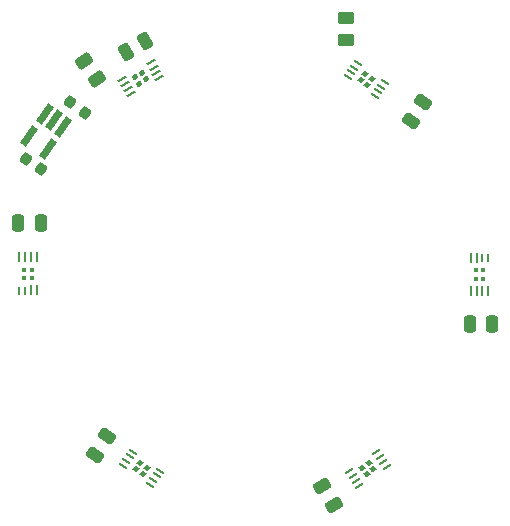
<source format=gbr>
%TF.GenerationSoftware,KiCad,Pcbnew,8.0.5-8.0.5-0~ubuntu24.04.1*%
%TF.CreationDate,2024-10-09T17:35:44-04:00*%
%TF.ProjectId,Thermistor Ring,54686572-6d69-4737-946f-722052696e67,rev?*%
%TF.SameCoordinates,Original*%
%TF.FileFunction,Paste,Top*%
%TF.FilePolarity,Positive*%
%FSLAX46Y46*%
G04 Gerber Fmt 4.6, Leading zero omitted, Abs format (unit mm)*
G04 Created by KiCad (PCBNEW 8.0.5-8.0.5-0~ubuntu24.04.1) date 2024-10-09 17:35:44*
%MOMM*%
%LPD*%
G01*
G04 APERTURE LIST*
G04 Aperture macros list*
%AMRoundRect*
0 Rectangle with rounded corners*
0 $1 Rounding radius*
0 $2 $3 $4 $5 $6 $7 $8 $9 X,Y pos of 4 corners*
0 Add a 4 corners polygon primitive as box body*
4,1,4,$2,$3,$4,$5,$6,$7,$8,$9,$2,$3,0*
0 Add four circle primitives for the rounded corners*
1,1,$1+$1,$2,$3*
1,1,$1+$1,$4,$5*
1,1,$1+$1,$6,$7*
1,1,$1+$1,$8,$9*
0 Add four rect primitives between the rounded corners*
20,1,$1+$1,$2,$3,$4,$5,0*
20,1,$1+$1,$4,$5,$6,$7,0*
20,1,$1+$1,$6,$7,$8,$9,0*
20,1,$1+$1,$8,$9,$2,$3,0*%
%AMRotRect*
0 Rectangle, with rotation*
0 The origin of the aperture is its center*
0 $1 length*
0 $2 width*
0 $3 Rotation angle, in degrees counterclockwise*
0 Add horizontal line*
21,1,$1,$2,0,0,$3*%
G04 Aperture macros list end*
%ADD10RotRect,0.803400X0.180000X145.000000*%
%ADD11RotRect,0.812800X0.180000X145.000000*%
%ADD12RotRect,0.450000X0.419336X145.000000*%
%ADD13RotRect,0.450000X0.418672X145.000000*%
%ADD14RoundRect,0.250000X0.536362X0.020994X0.286362X0.454006X-0.536362X-0.020994X-0.286362X-0.454006X0*%
%ADD15RoundRect,0.225000X0.327703X0.075733X-0.040915X0.333843X-0.327703X-0.075733X0.040915X-0.333843X0*%
%ADD16RoundRect,0.250000X-0.020994X0.536362X-0.454006X0.286362X0.020994X-0.536362X0.454006X-0.286362X0*%
%ADD17RoundRect,0.250000X-0.250000X-0.475000X0.250000X-0.475000X0.250000X0.475000X-0.250000X0.475000X0*%
%ADD18RotRect,0.803400X0.180000X325.000000*%
%ADD19RotRect,0.812800X0.180000X325.000000*%
%ADD20RotRect,0.450000X0.419336X325.000000*%
%ADD21RotRect,0.450000X0.418672X325.000000*%
%ADD22RoundRect,0.250000X0.250000X0.475000X-0.250000X0.475000X-0.250000X-0.475000X0.250000X-0.475000X0*%
%ADD23RoundRect,0.250000X0.245703X-0.477237X0.532491X-0.067661X-0.245703X0.477237X-0.532491X0.067661X0*%
%ADD24RotRect,0.803400X0.180000X30.000000*%
%ADD25RotRect,0.812800X0.180000X30.000000*%
%ADD26RotRect,0.450000X0.419336X30.000000*%
%ADD27RotRect,0.450000X0.418672X30.000000*%
%ADD28R,0.180000X0.803400*%
%ADD29R,0.180000X0.812800*%
%ADD30R,0.419336X0.450000*%
%ADD31R,0.418672X0.450000*%
%ADD32RotRect,1.805236X0.612132X235.000000*%
%ADD33RoundRect,0.250000X-0.519182X-0.043082X-0.218055X-0.473137X0.519182X0.043082X0.218055X0.473137X0*%
%ADD34RoundRect,0.250000X-0.450000X0.262500X-0.450000X-0.262500X0.450000X-0.262500X0.450000X0.262500X0*%
%ADD35RoundRect,0.250000X-0.245703X0.477237X-0.532491X0.067661X0.245703X-0.477237X0.532491X-0.067661X0*%
%ADD36RotRect,0.803400X0.180000X215.000000*%
%ADD37RotRect,0.812800X0.180000X215.000000*%
%ADD38RotRect,0.450000X0.419336X215.000000*%
%ADD39RotRect,0.450000X0.418672X215.000000*%
G04 APERTURE END LIST*
D10*
%TO.C,U6*%
X66484721Y-73804505D03*
X66768640Y-73399025D03*
D11*
X67051579Y-72986753D03*
X67338367Y-72577176D03*
X65049656Y-70974604D03*
X64762868Y-71384181D03*
X64476079Y-71793757D03*
X64189291Y-72203334D03*
D12*
X66226937Y-72336492D03*
D13*
X65870676Y-72842700D03*
X65299317Y-72443440D03*
X65654934Y-71935566D03*
%TD*%
D14*
%TO.C,C1*%
X82037632Y-75503272D03*
X81087632Y-73857824D03*
%TD*%
D15*
%TO.C,C8*%
X57237848Y-47051075D03*
X55968162Y-46162031D03*
%TD*%
D16*
%TO.C,C3*%
X66075926Y-36199867D03*
X64430478Y-37149867D03*
%TD*%
D17*
%TO.C,C2*%
X55319894Y-51609985D03*
X57219894Y-51609985D03*
%TD*%
D18*
%TO.C,U7*%
X84067545Y-38050872D03*
X83783626Y-38456352D03*
D19*
X83500687Y-38868624D03*
X83213899Y-39278201D03*
X85502610Y-40880773D03*
X85789398Y-40471196D03*
X86076187Y-40061620D03*
X86362975Y-39652043D03*
D20*
X84325329Y-39518885D03*
D21*
X84681590Y-39012677D03*
X85252949Y-39411937D03*
X84897332Y-39919811D03*
%TD*%
D22*
%TO.C,C6*%
X95473387Y-60189733D03*
X93573387Y-60189733D03*
%TD*%
D23*
%TO.C,C5*%
X61792191Y-71215347D03*
X62881987Y-69658959D03*
%TD*%
D15*
%TO.C,C7*%
X60988312Y-42295598D03*
X59718626Y-41406554D03*
%TD*%
D24*
%TO.C,U2*%
X64116586Y-39424106D03*
X64364085Y-39852788D03*
D25*
X64618156Y-40283450D03*
X64868156Y-40716464D03*
X67287831Y-39319464D03*
X67037830Y-38886450D03*
X66787830Y-38453438D03*
X66537830Y-38020424D03*
D26*
X65556002Y-39810883D03*
D27*
X65247783Y-39274069D03*
X65851102Y-38924976D03*
X66161102Y-39461912D03*
%TD*%
D28*
%TO.C,U5*%
X95134640Y-54576163D03*
X94639641Y-54576163D03*
D29*
X94139641Y-54580863D03*
X93639640Y-54580863D03*
X93639640Y-57374863D03*
X94139641Y-57374863D03*
X94639641Y-57374863D03*
X95139642Y-57374863D03*
D30*
X94079973Y-55629345D03*
D31*
X94698977Y-55630827D03*
X94699641Y-56327863D03*
X94079641Y-56327863D03*
%TD*%
D32*
%TO.C,U1*%
X59140848Y-43461138D03*
X58362653Y-42916239D03*
X57584458Y-42371341D03*
X56264678Y-44256182D03*
X57821068Y-45345979D03*
%TD*%
D33*
%TO.C,R3*%
X60938071Y-37918522D03*
X61984847Y-39413474D03*
%TD*%
D34*
%TO.C,R2*%
X83070187Y-34278995D03*
X83070187Y-36103995D03*
%TD*%
D35*
%TO.C,C4*%
X89642365Y-41397337D03*
X88552569Y-42953725D03*
%TD*%
D28*
%TO.C,U3*%
X55417642Y-57332780D03*
X55912641Y-57332780D03*
D29*
X56412641Y-57328080D03*
X56912642Y-57328080D03*
X56912642Y-54534080D03*
X56412641Y-54534080D03*
X55912641Y-54534080D03*
X55412640Y-54534080D03*
D30*
X56472309Y-56279598D03*
D31*
X55853305Y-56278116D03*
X55852641Y-55581080D03*
X56472641Y-55581080D03*
%TD*%
D36*
%TO.C,U4*%
X86516352Y-72235367D03*
X86232433Y-71829888D03*
D37*
X85941794Y-71423008D03*
X85655006Y-71013431D03*
X83366295Y-72616003D03*
X83653083Y-73025580D03*
X83939872Y-73435156D03*
X84226660Y-73844733D03*
D38*
X85048704Y-71975515D03*
D39*
X85402536Y-72483424D03*
X84831938Y-72883771D03*
X84476321Y-72375897D03*
%TD*%
M02*

</source>
